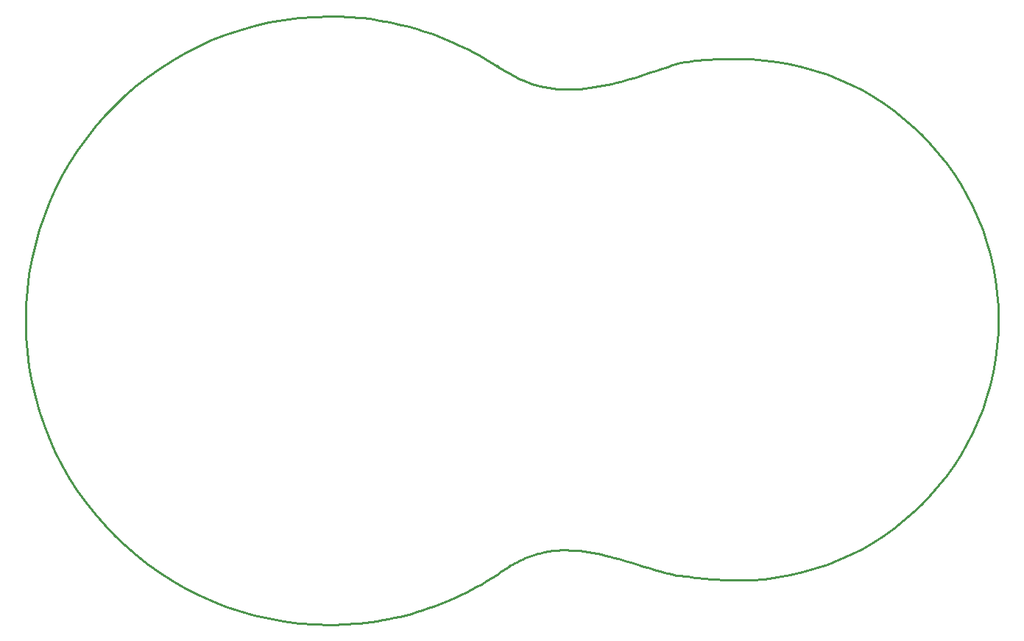
<source format=gbr>
%TF.GenerationSoftware,KiCad,Pcbnew,(5.1.9-0-10_14)*%
%TF.CreationDate,2021-08-25T11:14:01+08:00*%
%TF.ProjectId,osc_bjt_4017,6f73635f-626a-4745-9f34-3031372e6b69,rev?*%
%TF.SameCoordinates,Original*%
%TF.FileFunction,Profile,NP*%
%FSLAX46Y46*%
G04 Gerber Fmt 4.6, Leading zero omitted, Abs format (unit mm)*
G04 Created by KiCad (PCBNEW (5.1.9-0-10_14)) date 2021-08-25 11:14:01*
%MOMM*%
%LPD*%
G01*
G04 APERTURE LIST*
%TA.AperFunction,Profile*%
%ADD10C,0.250000*%
%TD*%
G04 APERTURE END LIST*
D10*
X80334443Y-100378623D02*
X80334443Y-100378623D01*
X99547741Y-106075413D02*
X99548257Y-106127113D01*
X99548257Y-106127113D02*
X99010427Y-105780747D01*
X99010427Y-105780747D02*
X98467051Y-105444687D01*
X98467051Y-105444687D02*
X97918281Y-105118977D01*
X97918281Y-105118977D02*
X97364268Y-104803664D01*
X97364268Y-104803664D02*
X96805160Y-104498792D01*
X96805160Y-104498792D02*
X96241111Y-104204406D01*
X96241111Y-104204406D02*
X95672269Y-103920550D01*
X95672269Y-103920550D02*
X95098786Y-103647272D01*
X95098786Y-103647272D02*
X94520812Y-103384614D01*
X94520812Y-103384614D02*
X93938497Y-103132623D01*
X93938497Y-103132623D02*
X93351994Y-102891343D01*
X93351994Y-102891343D02*
X92761452Y-102660820D01*
X92761452Y-102660820D02*
X92167021Y-102441098D01*
X92167021Y-102441098D02*
X91568853Y-102232223D01*
X91568853Y-102232223D02*
X90967098Y-102034239D01*
X90967098Y-102034239D02*
X90361907Y-101847192D01*
X90361907Y-101847192D02*
X89753430Y-101671128D01*
X89753430Y-101671128D02*
X89141818Y-101506090D01*
X89141818Y-101506090D02*
X88527222Y-101352124D01*
X88527222Y-101352124D02*
X87909792Y-101209275D01*
X87909792Y-101209275D02*
X87289679Y-101077588D01*
X87289679Y-101077588D02*
X86667034Y-100957108D01*
X86667034Y-100957108D02*
X86042007Y-100847881D01*
X86042007Y-100847881D02*
X85414749Y-100749951D01*
X85414749Y-100749951D02*
X84785411Y-100663363D01*
X84785411Y-100663363D02*
X84154143Y-100588163D01*
X84154143Y-100588163D02*
X83521095Y-100524395D01*
X83521095Y-100524395D02*
X82886419Y-100472105D01*
X82886419Y-100472105D02*
X82250265Y-100431338D01*
X82250265Y-100431338D02*
X81612784Y-100402138D01*
X81612784Y-100402138D02*
X80974126Y-100384551D01*
X80974126Y-100384551D02*
X80334443Y-100378623D01*
X120300000Y-105800000D02*
X120119607Y-105871283D01*
X104491108Y-108423073D02*
X104171679Y-108338013D01*
X104171679Y-108338013D02*
X103853222Y-108243143D01*
X103853222Y-108243143D02*
X103535827Y-108138803D01*
X103535827Y-108138803D02*
X103219586Y-108025331D01*
X103219586Y-108025331D02*
X102904589Y-107903070D01*
X102904589Y-107903070D02*
X102590928Y-107772360D01*
X102590928Y-107772360D02*
X102278692Y-107633540D01*
X102278692Y-107633540D02*
X101967974Y-107486951D01*
X101967974Y-107486951D02*
X101658863Y-107332934D01*
X101658863Y-107332934D02*
X101351451Y-107171829D01*
X101351451Y-107171829D02*
X101045829Y-107003977D01*
X101045829Y-107003977D02*
X100742087Y-106829717D01*
X100742087Y-106829717D02*
X100440316Y-106649390D01*
X100440316Y-106649390D02*
X100140608Y-106463337D01*
X100140608Y-106463337D02*
X99843052Y-106271897D01*
X99843052Y-106271897D02*
X99547741Y-106075413D01*
X120119607Y-105871283D02*
X119733740Y-105995379D01*
X119733740Y-105995379D02*
X119335590Y-106126242D01*
X119335590Y-106126242D02*
X118925725Y-106262910D01*
X118925725Y-106262910D02*
X118504710Y-106404419D01*
X118504710Y-106404419D02*
X118073113Y-106549807D01*
X118073113Y-106549807D02*
X117631500Y-106698110D01*
X117631500Y-106698110D02*
X117180439Y-106848367D01*
X117180439Y-106848367D02*
X116720495Y-106999613D01*
X116720495Y-106999613D02*
X116252237Y-107150886D01*
X116252237Y-107150886D02*
X115776231Y-107301224D01*
X115776231Y-107301224D02*
X115293043Y-107449662D01*
X115293043Y-107449662D02*
X114803241Y-107595240D01*
X114803241Y-107595240D02*
X114307391Y-107736993D01*
X114307391Y-107736993D02*
X113806060Y-107873959D01*
X113806060Y-107873959D02*
X113299816Y-108005175D01*
X113299816Y-108005175D02*
X112789224Y-108129678D01*
X112789224Y-108129678D02*
X112274853Y-108246505D01*
X112274853Y-108246505D02*
X111757268Y-108354693D01*
X111757268Y-108354693D02*
X111237036Y-108453280D01*
X111237036Y-108453280D02*
X110714725Y-108541303D01*
X110714725Y-108541303D02*
X110190901Y-108617798D01*
X110190901Y-108617798D02*
X109666131Y-108681803D01*
X109666131Y-108681803D02*
X109140981Y-108732356D01*
X109140981Y-108732356D02*
X108616020Y-108768492D01*
X108616020Y-108768492D02*
X108091813Y-108789250D01*
X108091813Y-108789250D02*
X107568927Y-108793666D01*
X107568927Y-108793666D02*
X107047930Y-108780778D01*
X107047930Y-108780778D02*
X106529388Y-108749623D01*
X106529388Y-108749623D02*
X106013868Y-108699238D01*
X106013868Y-108699238D02*
X105501936Y-108628659D01*
X105501936Y-108628659D02*
X104994161Y-108536925D01*
X104994161Y-108536925D02*
X104491108Y-108423073D01*
X120119607Y-164694573D02*
X120300000Y-164700000D01*
X127231327Y-105261503D02*
X126785839Y-105263177D01*
X126785839Y-105263177D02*
X126338913Y-105268272D01*
X126338913Y-105268272D02*
X125891208Y-105276969D01*
X125891208Y-105276969D02*
X125443383Y-105289448D01*
X125443383Y-105289448D02*
X124996097Y-105305889D01*
X124996097Y-105305889D02*
X124550010Y-105326475D01*
X124550010Y-105326475D02*
X124105779Y-105351385D01*
X124105779Y-105351385D02*
X123664064Y-105380800D01*
X123664064Y-105380800D02*
X123225524Y-105414901D01*
X123225524Y-105414901D02*
X122790819Y-105453869D01*
X122790819Y-105453869D02*
X122360606Y-105497884D01*
X122360606Y-105497884D02*
X121935545Y-105547128D01*
X121935545Y-105547128D02*
X121516295Y-105601780D01*
X121516295Y-105601780D02*
X121103514Y-105662023D01*
X121103514Y-105662023D02*
X120697863Y-105728035D01*
X120697863Y-105728035D02*
X120300000Y-105800000D01*
X157231557Y-135261223D02*
X157192506Y-133717429D01*
X157192506Y-133717429D02*
X157076641Y-132193902D01*
X157076641Y-132193902D02*
X156885846Y-130692527D01*
X156885846Y-130692527D02*
X156622006Y-129215189D01*
X156622006Y-129215189D02*
X156287007Y-127763773D01*
X156287007Y-127763773D02*
X155882732Y-126340163D01*
X155882732Y-126340163D02*
X155411069Y-124946245D01*
X155411069Y-124946245D02*
X154873900Y-123583904D01*
X154873900Y-123583904D02*
X154273111Y-122255024D01*
X154273111Y-122255024D02*
X153610588Y-120961490D01*
X153610588Y-120961490D02*
X152888214Y-119705187D01*
X152888214Y-119705187D02*
X152107876Y-118488001D01*
X152107876Y-118488001D02*
X151271458Y-117311817D01*
X151271458Y-117311817D02*
X150380844Y-116178518D01*
X150380844Y-116178518D02*
X149437921Y-115089990D01*
X149437921Y-115089990D02*
X148444573Y-114048119D01*
X148444573Y-114048119D02*
X147402684Y-113054788D01*
X147402684Y-113054788D02*
X146314141Y-112111883D01*
X146314141Y-112111883D02*
X145180827Y-111221290D01*
X145180827Y-111221290D02*
X144004628Y-110384892D01*
X144004628Y-110384892D02*
X142787429Y-109604574D01*
X142787429Y-109604574D02*
X141531115Y-108882222D01*
X141531115Y-108882222D02*
X140237570Y-108219721D01*
X140237570Y-108219721D02*
X138908680Y-107618956D01*
X138908680Y-107618956D02*
X137546330Y-107081811D01*
X137546330Y-107081811D02*
X136152404Y-106610171D01*
X136152404Y-106610171D02*
X134728788Y-106205922D01*
X134728788Y-106205922D02*
X133277367Y-105870947D01*
X133277367Y-105870947D02*
X131800025Y-105607134D01*
X131800025Y-105607134D02*
X130298648Y-105416365D01*
X130298648Y-105416365D02*
X128775120Y-105300526D01*
X128775120Y-105300526D02*
X127231327Y-105261503D01*
X127231327Y-165261463D02*
X128775139Y-165222438D01*
X128775139Y-165222438D02*
X130298685Y-165106597D01*
X130298685Y-165106597D02*
X131800080Y-164915824D01*
X131800080Y-164915824D02*
X133277439Y-164652004D01*
X133277439Y-164652004D02*
X134728876Y-164317022D01*
X134728876Y-164317022D02*
X136152506Y-163912764D01*
X136152506Y-163912764D02*
X137546445Y-163441114D01*
X137546445Y-163441114D02*
X138908808Y-162903958D01*
X138908808Y-162903958D02*
X140237709Y-162303179D01*
X140237709Y-162303179D02*
X141531264Y-161640664D01*
X141531264Y-161640664D02*
X142787587Y-160918298D01*
X142787587Y-160918298D02*
X144004794Y-160137964D01*
X144004794Y-160137964D02*
X145181000Y-159301549D01*
X145181000Y-159301549D02*
X146314318Y-158410938D01*
X146314318Y-158410938D02*
X147402866Y-157468015D01*
X147402866Y-157468015D02*
X148444757Y-156474665D01*
X148444757Y-156474665D02*
X149438106Y-155432774D01*
X149438106Y-155432774D02*
X150381029Y-154344226D01*
X150381029Y-154344226D02*
X151271640Y-153210906D01*
X151271640Y-153210906D02*
X152108054Y-152034700D01*
X152108054Y-152034700D02*
X152888388Y-150817493D01*
X152888388Y-150817493D02*
X153610754Y-149561169D01*
X153610754Y-149561169D02*
X154273269Y-148267613D01*
X154273269Y-148267613D02*
X154874047Y-146938711D01*
X154874047Y-146938711D02*
X155411204Y-145576348D01*
X155411204Y-145576348D02*
X155882854Y-144182408D01*
X155882854Y-144182408D02*
X156287113Y-142758776D01*
X156287113Y-142758776D02*
X156622095Y-141307338D01*
X156622095Y-141307338D02*
X156885915Y-139829979D01*
X156885915Y-139829979D02*
X157076689Y-138328583D01*
X157076689Y-138328583D02*
X157192531Y-136805036D01*
X157192531Y-136805036D02*
X157231557Y-135261223D01*
X120300000Y-164700000D02*
X120682870Y-164748154D01*
X120682870Y-164748154D02*
X121075095Y-164797018D01*
X121075095Y-164797018D02*
X121476107Y-164846068D01*
X121476107Y-164846068D02*
X121885340Y-164894777D01*
X121885340Y-164894777D02*
X122302229Y-164942621D01*
X122302229Y-164942621D02*
X122726207Y-164989073D01*
X122726207Y-164989073D02*
X123156708Y-165033608D01*
X123156708Y-165033608D02*
X123593166Y-165075701D01*
X123593166Y-165075701D02*
X124035014Y-165114826D01*
X124035014Y-165114826D02*
X124481686Y-165150458D01*
X124481686Y-165150458D02*
X124932617Y-165182071D01*
X124932617Y-165182071D02*
X125387240Y-165209139D01*
X125387240Y-165209139D02*
X125844988Y-165231139D01*
X125844988Y-165231139D02*
X126305296Y-165247542D01*
X126305296Y-165247542D02*
X126767598Y-165257826D01*
X126767598Y-165257826D02*
X127231327Y-165261463D01*
X104491108Y-162142793D02*
X104992253Y-162029654D01*
X104992253Y-162029654D02*
X105494552Y-161939973D01*
X105494552Y-161939973D02*
X105997806Y-161872648D01*
X105997806Y-161872648D02*
X106501819Y-161826577D01*
X106501819Y-161826577D02*
X107006392Y-161800659D01*
X107006392Y-161800659D02*
X107511328Y-161793794D01*
X107511328Y-161793794D02*
X108016429Y-161804879D01*
X108016429Y-161804879D02*
X108521497Y-161832813D01*
X108521497Y-161832813D02*
X109026336Y-161876495D01*
X109026336Y-161876495D02*
X109530747Y-161934824D01*
X109530747Y-161934824D02*
X110034532Y-162006698D01*
X110034532Y-162006698D02*
X110537495Y-162091016D01*
X110537495Y-162091016D02*
X111039437Y-162186677D01*
X111039437Y-162186677D02*
X111540161Y-162292579D01*
X111540161Y-162292579D02*
X112039469Y-162407621D01*
X112039469Y-162407621D02*
X112537164Y-162530701D01*
X112537164Y-162530701D02*
X113033048Y-162660719D01*
X113033048Y-162660719D02*
X113526924Y-162796573D01*
X113526924Y-162796573D02*
X114018593Y-162937162D01*
X114018593Y-162937162D02*
X114507858Y-163081384D01*
X114507858Y-163081384D02*
X114994522Y-163228138D01*
X114994522Y-163228138D02*
X115478386Y-163376323D01*
X115478386Y-163376323D02*
X115959254Y-163524838D01*
X115959254Y-163524838D02*
X116436928Y-163672580D01*
X116436928Y-163672580D02*
X116911209Y-163818449D01*
X116911209Y-163818449D02*
X117381901Y-163961344D01*
X117381901Y-163961344D02*
X117848806Y-164100163D01*
X117848806Y-164100163D02*
X118311726Y-164233804D01*
X118311726Y-164233804D02*
X118770464Y-164361168D01*
X118770464Y-164361168D02*
X119224822Y-164481151D01*
X119224822Y-164481151D02*
X119674602Y-164592653D01*
X119674602Y-164592653D02*
X120119607Y-164694573D01*
X100639663Y-163862583D02*
X100874091Y-163719180D01*
X100874091Y-163719180D02*
X101109655Y-163579645D01*
X101109655Y-163579645D02*
X101346289Y-163444173D01*
X101346289Y-163444173D02*
X101583931Y-163312963D01*
X101583931Y-163312963D02*
X101822517Y-163186212D01*
X101822517Y-163186212D02*
X102061984Y-163064118D01*
X102061984Y-163064118D02*
X102302267Y-162946878D01*
X102302267Y-162946878D02*
X102543305Y-162834691D01*
X102543305Y-162834691D02*
X102785032Y-162727754D01*
X102785032Y-162727754D02*
X103027386Y-162626264D01*
X103027386Y-162626264D02*
X103270302Y-162530420D01*
X103270302Y-162530420D02*
X103513718Y-162440418D01*
X103513718Y-162440418D02*
X103757571Y-162356457D01*
X103757571Y-162356457D02*
X104001795Y-162278734D01*
X104001795Y-162278734D02*
X104246329Y-162207446D01*
X104246329Y-162207446D02*
X104491108Y-162142793D01*
X80334443Y-170378463D02*
X81016507Y-170371170D01*
X81016507Y-170371170D02*
X81697316Y-170350630D01*
X81697316Y-170350630D02*
X82376688Y-170316901D01*
X82376688Y-170316901D02*
X83054441Y-170270040D01*
X83054441Y-170270040D02*
X83730396Y-170210107D01*
X83730396Y-170210107D02*
X84404371Y-170137159D01*
X84404371Y-170137159D02*
X85076185Y-170051254D01*
X85076185Y-170051254D02*
X85745656Y-169952450D01*
X85745656Y-169952450D02*
X86412605Y-169840806D01*
X86412605Y-169840806D02*
X87076849Y-169716379D01*
X87076849Y-169716379D02*
X87738208Y-169579228D01*
X87738208Y-169579228D02*
X88396501Y-169429410D01*
X88396501Y-169429410D02*
X89051547Y-169266984D01*
X89051547Y-169266984D02*
X89703164Y-169092008D01*
X89703164Y-169092008D02*
X90351172Y-168904539D01*
X90351172Y-168904539D02*
X90995390Y-168704637D01*
X90995390Y-168704637D02*
X91635636Y-168492359D01*
X91635636Y-168492359D02*
X92271730Y-168267763D01*
X92271730Y-168267763D02*
X92903490Y-168030908D01*
X92903490Y-168030908D02*
X93530736Y-167781850D01*
X93530736Y-167781850D02*
X94153287Y-167520650D01*
X94153287Y-167520650D02*
X94770961Y-167247363D01*
X94770961Y-167247363D02*
X95383577Y-166962050D01*
X95383577Y-166962050D02*
X95990955Y-166664767D01*
X95990955Y-166664767D02*
X96592913Y-166355573D01*
X96592913Y-166355573D02*
X97189270Y-166034526D01*
X97189270Y-166034526D02*
X97779846Y-165701684D01*
X97779846Y-165701684D02*
X98364459Y-165357105D01*
X98364459Y-165357105D02*
X98942928Y-165000847D01*
X98942928Y-165000847D02*
X99515072Y-164632969D01*
X99515072Y-164632969D02*
X100080711Y-164253528D01*
X100080711Y-164253528D02*
X100639663Y-163862583D01*
X45334514Y-135378533D02*
X45380059Y-137179623D01*
X45380059Y-137179623D02*
X45515221Y-138957069D01*
X45515221Y-138957069D02*
X45737801Y-140708672D01*
X45737801Y-140708672D02*
X46045599Y-142432233D01*
X46045599Y-142432233D02*
X46436418Y-144125553D01*
X46436418Y-144125553D02*
X46908056Y-145786432D01*
X46908056Y-145786432D02*
X47458317Y-147412672D01*
X47458317Y-147412672D02*
X48085000Y-149002073D01*
X48085000Y-149002073D02*
X48785906Y-150552437D01*
X48785906Y-150552437D02*
X49558836Y-152061563D01*
X49558836Y-152061563D02*
X50401591Y-153527254D01*
X50401591Y-153527254D02*
X51311972Y-154947310D01*
X51311972Y-154947310D02*
X52287780Y-156319531D01*
X52287780Y-156319531D02*
X53326816Y-157641720D01*
X53326816Y-157641720D02*
X54426881Y-158911676D01*
X54426881Y-158911676D02*
X55585775Y-160127201D01*
X55585775Y-160127201D02*
X56801300Y-161286095D01*
X56801300Y-161286095D02*
X58071256Y-162386159D01*
X58071256Y-162386159D02*
X59393444Y-163425195D01*
X59393444Y-163425195D02*
X60765666Y-164401004D01*
X60765666Y-164401004D02*
X62185722Y-165311385D01*
X62185722Y-165311385D02*
X63651412Y-166154140D01*
X63651412Y-166154140D02*
X65160539Y-166927070D01*
X65160539Y-166927070D02*
X66710902Y-167627976D01*
X66710902Y-167627976D02*
X68300303Y-168254659D01*
X68300303Y-168254659D02*
X69926543Y-168804920D01*
X69926543Y-168804920D02*
X71587422Y-169276558D01*
X71587422Y-169276558D02*
X73280742Y-169667377D01*
X73280742Y-169667377D02*
X75004303Y-169975175D01*
X75004303Y-169975175D02*
X76755906Y-170197755D01*
X76755906Y-170197755D02*
X78533352Y-170332917D01*
X78533352Y-170332917D02*
X80334443Y-170378463D01*
X80334443Y-100378603D02*
X78533352Y-100424148D01*
X78533352Y-100424148D02*
X76755906Y-100559310D01*
X76755906Y-100559310D02*
X75004303Y-100781890D01*
X75004303Y-100781890D02*
X73280742Y-101089688D01*
X73280742Y-101089688D02*
X71587422Y-101480507D01*
X71587422Y-101480507D02*
X69926543Y-101952146D01*
X69926543Y-101952146D02*
X68300303Y-102502406D01*
X68300303Y-102502406D02*
X66710902Y-103129089D01*
X66710902Y-103129089D02*
X65160539Y-103829995D01*
X65160539Y-103829995D02*
X63651412Y-104602925D01*
X63651412Y-104602925D02*
X62185722Y-105445680D01*
X62185722Y-105445680D02*
X60765666Y-106356062D01*
X60765666Y-106356062D02*
X59393444Y-107331870D01*
X59393444Y-107331870D02*
X58071256Y-108370906D01*
X58071256Y-108370906D02*
X56801300Y-109470970D01*
X56801300Y-109470970D02*
X55585775Y-110629865D01*
X55585775Y-110629865D02*
X54426881Y-111845389D01*
X54426881Y-111845389D02*
X53326816Y-113115346D01*
X53326816Y-113115346D02*
X52287780Y-114437534D01*
X52287780Y-114437534D02*
X51311972Y-115809756D01*
X51311972Y-115809756D02*
X50401591Y-117229811D01*
X50401591Y-117229811D02*
X49558836Y-118695502D01*
X49558836Y-118695502D02*
X48785906Y-120204629D01*
X48785906Y-120204629D02*
X48085000Y-121754992D01*
X48085000Y-121754992D02*
X47458317Y-123344393D01*
X47458317Y-123344393D02*
X46908056Y-124970633D01*
X46908056Y-124970633D02*
X46436418Y-126631512D01*
X46436418Y-126631512D02*
X46045599Y-128324832D01*
X46045599Y-128324832D02*
X45737801Y-130048393D01*
X45737801Y-130048393D02*
X45515221Y-131799996D01*
X45515221Y-131799996D02*
X45380059Y-133577442D01*
X45380059Y-133577442D02*
X45334514Y-135378533D01*
M02*

</source>
